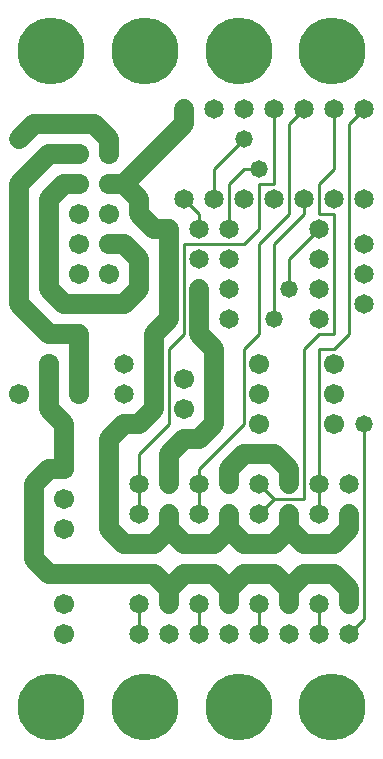
<source format=gtl>
%MOIN*%
%FSLAX25Y25*%
G04 D10 used for Character Trace; *
G04     Circle (OD=.01000) (No hole)*
G04 D11 used for Power Trace; *
G04     Circle (OD=.06500) (No hole)*
G04 D12 used for Signal Trace; *
G04     Circle (OD=.01100) (No hole)*
G04 D13 used for Via; *
G04     Circle (OD=.05800) (Round. Hole ID=.02800)*
G04 D14 used for Component hole; *
G04     Circle (OD=.06500) (Round. Hole ID=.03500)*
G04 D15 used for Component hole; *
G04     Circle (OD=.06700) (Round. Hole ID=.04300)*
G04 D16 used for Component hole; *
G04     Circle (OD=.08100) (Round. Hole ID=.05100)*
G04 D17 used for Component hole; *
G04     Circle (OD=.08900) (Round. Hole ID=.05900)*
G04 D18 used for Component hole; *
G04     Circle (OD=.11300) (Round. Hole ID=.08300)*
G04 D19 used for Component hole; *
G04     Circle (OD=.16000) (Round. Hole ID=.13000)*
G04 D20 used for Component hole; *
G04     Circle (OD=.18300) (Round. Hole ID=.15300)*
G04 D21 used for Component hole; *
G04     Circle (OD=.22291) (Round. Hole ID=.19291)*
%ADD10C,.01000*%
%ADD11C,.06500*%
%ADD12C,.01100*%
%ADD13C,.05800*%
%ADD14C,.06500*%
%ADD15C,.06700*%
%ADD16C,.08100*%
%ADD17C,.08900*%
%ADD18C,.11300*%
%ADD19C,.16000*%
%ADD20C,.18300*%
%ADD21C,.22291*%
%IPPOS*%
%LPD*%
G90*X0Y0D02*D21*X15625Y15625D03*D15*              
X20000Y40000D03*D21*X46875Y15625D03*D14*          
X45000Y40000D03*D12*Y50000D01*D14*D03*            
X55000Y40000D03*D11*Y55000D02*X50000Y60000D01*    
X55000Y50000D02*Y55000D01*D14*Y50000D03*D11*      
Y55000D02*X60000Y60000D01*X70000D01*              
X75000Y55000D01*Y50000D01*D14*D03*D11*Y55000D02*  
X80000Y60000D01*X90000D01*X95000Y55000D01*        
Y50000D01*D14*D03*D11*Y55000D02*X100000Y60000D01* 
X110000D01*X115000Y55000D01*Y50000D01*D14*D03*D12*
Y40000D02*X120000Y45000D01*D14*X115000Y40000D03*  
D12*X120000Y45000D02*Y110000D01*D13*D03*D15*      
X110000Y120000D03*Y110000D03*D14*X105000Y90000D03*
D12*Y80000D01*D14*D03*D12*X90000Y85000D02*        
X100000D01*X85000Y80000D02*X90000Y85000D01*D14*   
X85000Y80000D03*D12*X90000Y85000D02*              
X85000Y90000D01*D14*D03*X95000Y80000D03*D11*      
Y75000D01*X90000Y70000D01*X80000D01*              
X75000Y75000D01*X70000Y70000D01*X60000D01*        
X55000Y75000D01*X50000Y70000D01*X40000D01*        
X35000Y75000D01*Y105000D01*X40000Y110000D01*      
X45000D01*X50000Y115000D01*Y140000D01*            
X55000Y145000D01*Y175000D01*D14*D03*D11*X50000D01*
X45000Y180000D01*Y185000D01*X40000Y190000D01*     
X35000D01*D15*D03*D11*X40000D02*X60000Y210000D01* 
Y215000D01*D14*D03*X70000D03*D12*X75000Y190000D02*
X80000Y195000D01*X75000Y175000D02*Y190000D01*D14* 
Y175000D03*D12*X60000Y170000D02*X80000D01*        
X60000Y140000D02*Y170000D01*X55000Y135000D02*     
X60000Y140000D01*X55000Y110000D02*Y135000D01*     
X45000Y100000D02*X55000Y110000D01*X45000Y90000D02*
Y100000D01*D14*Y90000D03*D12*Y80000D01*D14*D03*   
X55000Y90000D03*D11*Y100000D01*X60000Y105000D01*  
X65000D01*X70000Y110000D01*Y135000D01*            
X65000Y140000D01*Y155000D01*D14*D03*              
X75000Y145000D03*Y165000D03*Y155000D03*           
X65000Y165000D03*D12*X80000Y170000D02*            
X85000Y175000D01*Y190000D01*X90000D01*Y215000D01* 
D14*D03*D12*X95000Y180000D02*Y210000D01*          
X85000Y170000D02*X95000Y180000D01*                
X85000Y140000D02*Y170000D01*X80000Y135000D02*     
X85000Y140000D01*X80000Y110000D02*Y135000D01*     
X65000Y95000D02*X80000Y110000D01*X65000Y90000D02* 
Y95000D01*D14*Y90000D03*D12*Y80000D01*D14*D03*    
X75000Y90000D03*D11*Y95000D01*X80000Y100000D01*   
X90000D01*X95000Y95000D01*Y90000D01*D14*D03*D12*  
X100000Y85000D02*Y135000D01*X105000Y140000D01*    
X110000D01*Y180000D01*X105000D01*Y190000D01*      
X110000Y195000D01*Y215000D01*D14*D03*D12*         
X115000Y140000D02*Y210000D01*X110000Y135000D02*   
X115000Y140000D01*X105000Y135000D02*X110000D01*   
X105000Y90000D02*Y135000D01*D14*X115000Y80000D03* 
D11*Y75000D01*X110000Y70000D01*X100000D01*        
X95000Y75000D01*D14*X75000Y80000D03*D11*Y75000D01*
D14*X55000Y80000D03*D11*Y75000D01*X20000Y60000D02*
X50000D01*D15*X20000D03*D11*X15000D01*            
X10000Y65000D01*Y90000D01*X15000Y95000D01*        
X20000D01*D15*D03*D11*Y110000D01*X15000Y115000D01*
Y130000D01*D15*D03*X25000Y120000D03*D11*          
Y140000D01*D13*D03*D11*X15000D01*X5000Y150000D01* 
Y190000D01*X15000Y200000D01*X25000D01*D15*D03*D11*
X35000Y205000D02*X30000Y210000D01*                
X35000Y200000D02*Y205000D01*D15*Y200000D03*       
X25000Y190000D03*D11*X20000D01*X15000Y185000D01*  
Y155000D01*X20000Y150000D01*X40000D01*            
X45000Y155000D01*Y165000D01*X40000Y170000D01*     
X35000D01*D15*D03*X25000Y180000D03*Y160000D03*    
X35000Y180000D03*X25000Y170000D03*                
X35000Y160000D03*D14*X60000Y185000D03*D12*        
X65000Y180000D01*Y175000D01*D14*D03*              
X70000Y185000D03*D12*Y195000D01*X80000Y205000D01* 
D13*D03*D14*Y215000D03*D12*Y195000D02*X85000D01*  
D13*D03*D14*X80000Y185000D03*X90000D03*D12*       
Y170000D02*X100000Y180000D01*X90000Y145000D02*    
Y170000D01*D13*Y145000D03*X95000Y155000D03*D12*   
Y165000D01*X105000Y175000D01*D14*D03*D12*         
X100000Y180000D02*Y185000D01*D14*D03*X110000D03*  
X120000Y170000D03*Y185000D03*X105000Y165000D03*   
D12*X115000Y210000D02*X120000Y215000D01*D14*D03*  
X100000D03*D12*X95000Y210000D01*D21*              
X109375Y234375D03*X78125D03*X46875D03*D14*        
X120000Y160000D03*X105000Y155000D03*              
X120000Y150000D03*D11*X10000Y210000D02*X30000D01* 
X5000Y205000D02*X10000Y210000D01*D13*             
X5000Y205000D03*D21*X15625Y234375D03*D14*         
X40000Y130000D03*D15*X85000D03*X60000Y125000D03*  
X5000Y120000D03*D14*X40000D03*D15*X85000D03*      
X60000Y115000D03*X85000Y110000D03*D14*            
X105000Y145000D03*D15*X110000Y130000D03*D14*      
X115000Y90000D03*D15*X20000Y85000D03*Y75000D03*   
Y50000D03*D14*X65000D03*D12*Y40000D01*D14*D03*    
X75000D03*X85000D03*D12*Y50000D01*D14*D03*        
X95000Y40000D03*X105000D03*D12*Y50000D01*D14*D03* 
D21*X78125Y15625D03*X109375D03*M02*               

</source>
